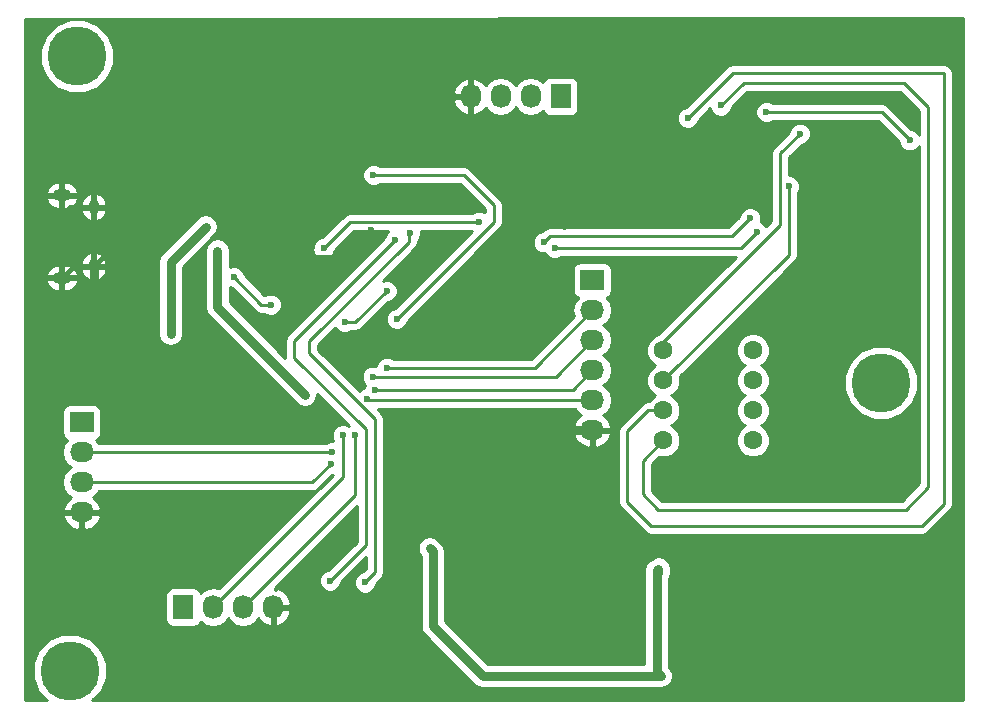
<source format=gbr>
G04 #@! TF.FileFunction,Copper,L2,Bot,Signal*
%FSLAX46Y46*%
G04 Gerber Fmt 4.6, Leading zero omitted, Abs format (unit mm)*
G04 Created by KiCad (PCBNEW (2015-07-31 BZR 6030)-product) date Wed Sep  2 01:55:30 2015*
%MOMM*%
G01*
G04 APERTURE LIST*
%ADD10C,0.100000*%
%ADD11C,5.000000*%
%ADD12O,0.950000X1.250000*%
%ADD13O,1.550000X1.000000*%
%ADD14R,2.032000X1.727200*%
%ADD15O,2.032000X1.727200*%
%ADD16R,1.727200X2.032000*%
%ADD17O,1.727200X2.032000*%
%ADD18C,1.600000*%
%ADD19C,0.600000*%
%ADD20C,0.800000*%
%ADD21C,0.400000*%
%ADD22C,0.250000*%
%ADD23C,0.254000*%
G04 APERTURE END LIST*
D10*
D11*
X164541200Y-83007200D03*
X95859600Y-107391200D03*
D12*
X97891600Y-68142000D03*
X97891600Y-73142000D03*
D13*
X95191600Y-67142000D03*
X95191600Y-74142000D03*
D14*
X140106400Y-74320400D03*
D15*
X140106400Y-76860400D03*
X140106400Y-79400400D03*
X140106400Y-81940400D03*
X140106400Y-84480400D03*
X140106400Y-87020400D03*
D16*
X137414000Y-58775600D03*
D17*
X134874000Y-58775600D03*
X132334000Y-58775600D03*
X129794000Y-58775600D03*
D16*
X105460800Y-102006400D03*
D17*
X108000800Y-102006400D03*
X110540800Y-102006400D03*
X113080800Y-102006400D03*
D14*
X96875600Y-86360000D03*
D15*
X96875600Y-88900000D03*
X96875600Y-91440000D03*
X96875600Y-93980000D03*
D18*
X153710800Y-80264000D03*
X146110800Y-80264000D03*
X153710800Y-82804000D03*
X146110800Y-82804000D03*
X153710800Y-85344000D03*
X146110800Y-85344000D03*
X153710800Y-87884000D03*
X146110800Y-87884000D03*
D11*
X96469200Y-55372000D03*
D19*
X126339600Y-97028000D03*
X145542000Y-98856800D03*
X145897600Y-107848400D03*
X145623600Y-99110800D03*
X122123200Y-58724800D03*
X127355600Y-54051200D03*
X131927600Y-91338400D03*
X128574800Y-101752400D03*
X130606800Y-76250800D03*
X121716800Y-80822800D03*
X129743200Y-93522800D03*
X108712000Y-85547200D03*
X137668000Y-69697600D03*
X114468400Y-64922400D03*
X119938800Y-63957200D03*
X119075200Y-72390000D03*
X111269600Y-69151600D03*
X113469600Y-70751600D03*
X113272000Y-72440800D03*
X103395600Y-69138800D03*
X121361200Y-70053200D03*
X112877600Y-76403200D03*
X109728000Y-74066400D03*
X166979600Y-62484000D03*
X154838400Y-60096400D03*
X104394000Y-78892400D03*
X107356398Y-69799200D03*
X121564400Y-65430400D03*
X123545600Y-77622400D03*
X130505200Y-69392800D03*
X117348000Y-71628000D03*
X108356400Y-71831200D03*
X115773200Y-84023200D03*
X122732800Y-81737200D03*
X121513600Y-82499200D03*
X121716800Y-83616800D03*
X121056400Y-84378800D03*
X118973600Y-87477600D03*
X120040400Y-87477600D03*
X118059200Y-88900000D03*
X117957600Y-89865200D03*
X120853200Y-99923600D03*
X124663200Y-70358000D03*
X123393200Y-70916800D03*
X117906800Y-99771200D03*
X122682000Y-75234800D03*
X119126000Y-77876400D03*
X157683200Y-61925200D03*
X156718000Y-66395600D03*
X148183600Y-60604400D03*
X150977600Y-59537600D03*
X136906000Y-71577200D03*
X154025600Y-70256400D03*
X153466800Y-69088000D03*
X135991600Y-71120000D03*
D20*
X130860800Y-107848400D02*
X145897600Y-107848400D01*
X126593600Y-103581200D02*
X130860800Y-107848400D01*
X126593600Y-97282000D02*
X126593600Y-103581200D01*
X126339600Y-97028000D02*
X126593600Y-97282000D01*
X145542000Y-107492800D02*
X145542000Y-98856800D01*
X145897600Y-107848400D02*
X145542000Y-107492800D01*
X145623600Y-99110800D02*
X145694400Y-99040000D01*
X145694400Y-99040000D02*
X145694400Y-98755200D01*
X126796800Y-54051200D02*
X122123200Y-58724800D01*
X127355600Y-54051200D02*
X126796800Y-54051200D01*
D21*
X129743200Y-93522800D02*
X129743200Y-100584000D01*
X129743200Y-100584000D02*
X128574800Y-101752400D01*
D22*
X126288800Y-76250800D02*
X130606800Y-76250800D01*
X121716800Y-80822800D02*
X126288800Y-76250800D01*
D20*
X136245600Y-87020400D02*
X140106400Y-87020400D01*
X129743200Y-93522800D02*
X131927600Y-91338400D01*
X131927600Y-91338400D02*
X136245600Y-87020400D01*
X97891600Y-73142000D02*
X97891600Y-80619600D01*
X102819200Y-85547200D02*
X108712000Y-85547200D01*
X97891600Y-80619600D02*
X102819200Y-85547200D01*
X119938800Y-63957200D02*
X132588000Y-63957200D01*
X137668000Y-69037200D02*
X137668000Y-69697600D01*
X132588000Y-63957200D02*
X137668000Y-69037200D01*
X118973600Y-64922400D02*
X119938800Y-63957200D01*
X114468400Y-64922400D02*
X118973600Y-64922400D01*
D22*
X119075200Y-72390000D02*
X119024400Y-72390000D01*
D21*
X103733600Y-69037200D02*
X103733600Y-68884800D01*
X108204000Y-68224400D02*
X109829600Y-69850000D01*
X104394000Y-68224400D02*
X108204000Y-68224400D01*
X103733600Y-68884800D02*
X104394000Y-68224400D01*
D22*
X111269600Y-69151600D02*
X110528000Y-69151600D01*
X110528000Y-69151600D02*
X109829600Y-69850000D01*
X113322800Y-72390000D02*
X113272000Y-72440800D01*
X114401600Y-72390000D02*
X113322800Y-72390000D01*
X113272000Y-70949200D02*
X113272000Y-72440800D01*
X113272000Y-70949200D02*
X113469600Y-70751600D01*
D21*
X97891600Y-68142000D02*
X95891200Y-68142000D01*
X95891200Y-68142000D02*
X95191600Y-68841600D01*
X95191600Y-67142000D02*
X95191600Y-68841600D01*
X95191600Y-68841600D02*
X95191600Y-72142000D01*
X95191600Y-72142000D02*
X96191600Y-73142000D01*
X97891600Y-73142000D02*
X96191600Y-73142000D01*
X96191600Y-73142000D02*
X95191600Y-74142000D01*
X103733600Y-69037200D02*
X103497200Y-69037200D01*
X103497200Y-69037200D02*
X103395600Y-69138800D01*
X101996400Y-69037200D02*
X97891600Y-73142000D01*
X103733600Y-69037200D02*
X101996400Y-69037200D01*
X112369600Y-72390000D02*
X109829600Y-69850000D01*
X114401600Y-72390000D02*
X112369600Y-72390000D01*
X119024400Y-72390000D02*
X114401600Y-72390000D01*
D22*
X121361200Y-70053200D02*
X119024400Y-72390000D01*
X112064800Y-76403200D02*
X112877600Y-76403200D01*
X109728000Y-74066400D02*
X112064800Y-76403200D01*
X164592000Y-60096400D02*
X166979600Y-62484000D01*
X154838400Y-60096400D02*
X164592000Y-60096400D01*
D20*
X104394000Y-72761598D02*
X104394000Y-78892400D01*
X107356398Y-69799200D02*
X104394000Y-72761598D01*
D22*
X129235200Y-65430400D02*
X121564400Y-65430400D01*
X131775200Y-67970400D02*
X129235200Y-65430400D01*
X131775200Y-69392800D02*
X131775200Y-67970400D01*
X123545600Y-77622400D02*
X131775200Y-69392800D01*
X119583200Y-69392800D02*
X130505200Y-69392800D01*
X117348000Y-71628000D02*
X119583200Y-69392800D01*
D20*
X108356400Y-71831200D02*
X108356400Y-76606400D01*
X108356400Y-76606400D02*
X115773200Y-84023200D01*
D22*
X140106400Y-76860400D02*
X135229600Y-81737200D01*
X135229600Y-81737200D02*
X122732800Y-81737200D01*
X137007600Y-82499200D02*
X140106400Y-79400400D01*
X121513600Y-82499200D02*
X137007600Y-82499200D01*
X138430000Y-83616800D02*
X140106400Y-81940400D01*
X121716800Y-83616800D02*
X138430000Y-83616800D01*
X121158000Y-84480400D02*
X140106400Y-84480400D01*
X121056400Y-84378800D02*
X121158000Y-84480400D01*
X118973600Y-91033600D02*
X108000800Y-102006400D01*
X118973600Y-87477600D02*
X118973600Y-91033600D01*
X110540800Y-102006400D02*
X120040400Y-92506800D01*
X120040400Y-92506800D02*
X120040400Y-87477600D01*
X118059200Y-88900000D02*
X96875600Y-88900000D01*
X96875600Y-91440000D02*
X116382800Y-91440000D01*
X116382800Y-91440000D02*
X117957600Y-89865200D01*
X121716800Y-99060000D02*
X120853200Y-99923600D01*
X121716800Y-86106000D02*
X121716800Y-99060000D01*
X116128800Y-80518000D02*
X121716800Y-86106000D01*
X116128800Y-79502000D02*
X116128800Y-80518000D01*
X124561600Y-71069200D02*
X116128800Y-79502000D01*
X124561600Y-70459600D02*
X124561600Y-71069200D01*
X124663200Y-70358000D02*
X124561600Y-70459600D01*
X114858800Y-79451200D02*
X123393200Y-70916800D01*
X114858800Y-80924400D02*
X114858800Y-79451200D01*
X120904000Y-86969600D02*
X114858800Y-80924400D01*
X120904000Y-96774000D02*
X120904000Y-86969600D01*
X117906800Y-99771200D02*
X120904000Y-96774000D01*
X120040400Y-77876400D02*
X122682000Y-75234800D01*
X119126000Y-77876400D02*
X120040400Y-77876400D01*
X146110800Y-80264000D02*
X146110800Y-79542800D01*
X146110800Y-79542800D02*
X156006800Y-69646800D01*
X156006800Y-69646800D02*
X156006800Y-63601600D01*
X156006800Y-63601600D02*
X157683200Y-61925200D01*
X146110800Y-82804000D02*
X156718000Y-72196800D01*
X156718000Y-72196800D02*
X156718000Y-66395600D01*
X146110800Y-85344000D02*
X144830800Y-85344000D01*
X144830800Y-85344000D02*
X143052800Y-87122000D01*
X143052800Y-87122000D02*
X143052800Y-93116400D01*
X143052800Y-93116400D02*
X145084800Y-95148400D01*
X145084800Y-95148400D02*
X167995600Y-95148400D01*
X167995600Y-95148400D02*
X169875200Y-93268800D01*
X169875200Y-93268800D02*
X169875200Y-56794400D01*
X169875200Y-56794400D02*
X151993600Y-56794400D01*
X151993600Y-56794400D02*
X148183600Y-60604400D01*
X144373600Y-89621200D02*
X146110800Y-87884000D01*
X144373600Y-92456000D02*
X144373600Y-89621200D01*
X145694400Y-93776800D02*
X144373600Y-92456000D01*
X166624000Y-93776800D02*
X145694400Y-93776800D01*
X168554400Y-91846400D02*
X166624000Y-93776800D01*
X168554400Y-59690000D02*
X168554400Y-91846400D01*
X166471600Y-57607200D02*
X168554400Y-59690000D01*
X152908000Y-57607200D02*
X166471600Y-57607200D01*
X150977600Y-59537600D02*
X152908000Y-57607200D01*
X152704800Y-71577200D02*
X136906000Y-71577200D01*
X154025600Y-70256400D02*
X152704800Y-71577200D01*
X151942800Y-70612000D02*
X153466800Y-69088000D01*
X136499600Y-70612000D02*
X151942800Y-70612000D01*
X135991600Y-71120000D02*
X136499600Y-70612000D01*
D23*
G36*
X171526200Y-109905800D02*
X97778041Y-109905800D01*
X98515774Y-109169353D01*
X98994054Y-108017526D01*
X98995143Y-106770346D01*
X98518873Y-105617685D01*
X97637753Y-104735026D01*
X96485926Y-104256746D01*
X95238746Y-104255657D01*
X94086085Y-104731927D01*
X93203426Y-105613047D01*
X92725146Y-106764874D01*
X92724057Y-108012054D01*
X93200327Y-109164715D01*
X93940120Y-109905800D01*
X92075000Y-109905800D01*
X92075000Y-94339026D01*
X95268242Y-94339026D01*
X95270891Y-94354791D01*
X95524868Y-94882036D01*
X95961280Y-95271954D01*
X96513687Y-95465184D01*
X96748600Y-95320924D01*
X96748600Y-94107000D01*
X97002600Y-94107000D01*
X97002600Y-95320924D01*
X97237513Y-95465184D01*
X97789920Y-95271954D01*
X98226332Y-94882036D01*
X98480309Y-94354791D01*
X98482958Y-94339026D01*
X98361817Y-94107000D01*
X97002600Y-94107000D01*
X96748600Y-94107000D01*
X95389383Y-94107000D01*
X95268242Y-94339026D01*
X92075000Y-94339026D01*
X92075000Y-88900000D01*
X95192255Y-88900000D01*
X95306329Y-89473489D01*
X95631185Y-89959670D01*
X95945966Y-90170000D01*
X95631185Y-90380330D01*
X95306329Y-90866511D01*
X95192255Y-91440000D01*
X95306329Y-92013489D01*
X95631185Y-92499670D01*
X95940669Y-92706461D01*
X95524868Y-93077964D01*
X95270891Y-93605209D01*
X95268242Y-93620974D01*
X95389383Y-93853000D01*
X96748600Y-93853000D01*
X96748600Y-93833000D01*
X97002600Y-93833000D01*
X97002600Y-93853000D01*
X98361817Y-93853000D01*
X98482958Y-93620974D01*
X98480309Y-93605209D01*
X98226332Y-93077964D01*
X97810531Y-92706461D01*
X98120015Y-92499670D01*
X98320248Y-92200000D01*
X116382800Y-92200000D01*
X116673639Y-92142148D01*
X116920201Y-91977401D01*
X118097280Y-90800322D01*
X118132045Y-90800353D01*
X108508379Y-100424019D01*
X108000800Y-100323055D01*
X107427311Y-100437129D01*
X106941130Y-100761985D01*
X106931557Y-100776313D01*
X106927562Y-100755083D01*
X106788490Y-100538959D01*
X106576290Y-100393969D01*
X106324400Y-100342960D01*
X104597200Y-100342960D01*
X104361883Y-100387238D01*
X104145759Y-100526310D01*
X104000769Y-100738510D01*
X103949760Y-100990400D01*
X103949760Y-103022400D01*
X103994038Y-103257717D01*
X104133110Y-103473841D01*
X104345310Y-103618831D01*
X104597200Y-103669840D01*
X106324400Y-103669840D01*
X106559717Y-103625562D01*
X106775841Y-103486490D01*
X106920831Y-103274290D01*
X106929200Y-103232961D01*
X106941130Y-103250815D01*
X107427311Y-103575671D01*
X108000800Y-103689745D01*
X108574289Y-103575671D01*
X109060470Y-103250815D01*
X109270800Y-102936034D01*
X109481130Y-103250815D01*
X109967311Y-103575671D01*
X110540800Y-103689745D01*
X111114289Y-103575671D01*
X111600470Y-103250815D01*
X111807261Y-102941331D01*
X112178764Y-103357132D01*
X112706009Y-103611109D01*
X112721774Y-103613758D01*
X112953800Y-103492617D01*
X112953800Y-102133400D01*
X113207800Y-102133400D01*
X113207800Y-103492617D01*
X113439826Y-103613758D01*
X113455591Y-103611109D01*
X113982836Y-103357132D01*
X114372754Y-102920720D01*
X114565984Y-102368313D01*
X114421724Y-102133400D01*
X113207800Y-102133400D01*
X112953800Y-102133400D01*
X112933800Y-102133400D01*
X112933800Y-101879400D01*
X112953800Y-101879400D01*
X112953800Y-101859400D01*
X113207800Y-101859400D01*
X113207800Y-101879400D01*
X114421724Y-101879400D01*
X114565984Y-101644487D01*
X114372754Y-101092080D01*
X113982836Y-100655668D01*
X113455591Y-100401691D01*
X113439826Y-100399042D01*
X113207802Y-100520182D01*
X113207802Y-100414200D01*
X120144000Y-93478002D01*
X120144000Y-96459198D01*
X117767120Y-98836078D01*
X117721633Y-98836038D01*
X117377857Y-98978083D01*
X117114608Y-99240873D01*
X116971962Y-99584401D01*
X116971638Y-99956367D01*
X117113683Y-100300143D01*
X117376473Y-100563392D01*
X117720001Y-100706038D01*
X118091967Y-100706362D01*
X118435743Y-100564317D01*
X118698992Y-100301527D01*
X118841638Y-99957999D01*
X118841679Y-99911123D01*
X120956800Y-97796002D01*
X120956800Y-98745198D01*
X120713520Y-98988478D01*
X120668033Y-98988438D01*
X120324257Y-99130483D01*
X120061008Y-99393273D01*
X119918362Y-99736801D01*
X119918038Y-100108767D01*
X120060083Y-100452543D01*
X120322873Y-100715792D01*
X120666401Y-100858438D01*
X121038367Y-100858762D01*
X121382143Y-100716717D01*
X121645392Y-100453927D01*
X121788038Y-100110399D01*
X121788079Y-100063523D01*
X122254201Y-99597401D01*
X122418948Y-99350839D01*
X122476800Y-99060000D01*
X122476800Y-97028000D01*
X125304599Y-97028000D01*
X125383385Y-97424077D01*
X125558600Y-97686306D01*
X125558600Y-103581195D01*
X125558599Y-103581200D01*
X125637385Y-103977277D01*
X125861744Y-104313056D01*
X130128942Y-108580253D01*
X130128944Y-108580256D01*
X130432730Y-108783238D01*
X130464723Y-108804615D01*
X130860800Y-108883401D01*
X130860805Y-108883400D01*
X145897600Y-108883400D01*
X146293677Y-108804615D01*
X146629456Y-108580256D01*
X146853815Y-108244477D01*
X146932600Y-107848400D01*
X146895443Y-107661601D01*
X146853815Y-107452322D01*
X146763949Y-107317829D01*
X146629456Y-107116544D01*
X146629453Y-107116542D01*
X146577000Y-107064089D01*
X146577000Y-99546250D01*
X146650615Y-99436078D01*
X146729400Y-99040000D01*
X146729400Y-98755200D01*
X146650615Y-98359123D01*
X146426256Y-98023344D01*
X146090477Y-97798985D01*
X145694400Y-97720200D01*
X145298323Y-97798985D01*
X145146413Y-97900488D01*
X145145923Y-97900585D01*
X144810144Y-98124944D01*
X144585785Y-98460723D01*
X144507000Y-98856800D01*
X144507000Y-106813400D01*
X131289511Y-106813400D01*
X127628600Y-103152488D01*
X127628600Y-97282005D01*
X127628601Y-97282000D01*
X127549815Y-96885922D01*
X127459949Y-96751429D01*
X127325456Y-96550144D01*
X127325453Y-96550142D01*
X127071456Y-96296144D01*
X126735677Y-96071785D01*
X126339600Y-95992999D01*
X125943523Y-96071785D01*
X125607744Y-96296144D01*
X125383385Y-96631923D01*
X125304599Y-97028000D01*
X122476800Y-97028000D01*
X122476800Y-87379426D01*
X138499042Y-87379426D01*
X138501691Y-87395191D01*
X138755668Y-87922436D01*
X139192080Y-88312354D01*
X139744487Y-88505584D01*
X139979400Y-88361324D01*
X139979400Y-87147400D01*
X140233400Y-87147400D01*
X140233400Y-88361324D01*
X140468313Y-88505584D01*
X141020720Y-88312354D01*
X141457132Y-87922436D01*
X141711109Y-87395191D01*
X141713758Y-87379426D01*
X141592617Y-87147400D01*
X140233400Y-87147400D01*
X139979400Y-87147400D01*
X138620183Y-87147400D01*
X138499042Y-87379426D01*
X122476800Y-87379426D01*
X122476800Y-86106000D01*
X122418948Y-85815161D01*
X122418948Y-85815160D01*
X122254201Y-85568599D01*
X121926002Y-85240400D01*
X138661752Y-85240400D01*
X138861985Y-85540070D01*
X139171469Y-85746861D01*
X138755668Y-86118364D01*
X138501691Y-86645609D01*
X138499042Y-86661374D01*
X138620183Y-86893400D01*
X139979400Y-86893400D01*
X139979400Y-86873400D01*
X140233400Y-86873400D01*
X140233400Y-86893400D01*
X141592617Y-86893400D01*
X141713758Y-86661374D01*
X141711109Y-86645609D01*
X141457132Y-86118364D01*
X141041331Y-85746861D01*
X141350815Y-85540070D01*
X141675671Y-85053889D01*
X141789745Y-84480400D01*
X141675671Y-83906911D01*
X141350815Y-83420730D01*
X141036034Y-83210400D01*
X141350815Y-83000070D01*
X141675671Y-82513889D01*
X141789745Y-81940400D01*
X141675671Y-81366911D01*
X141350815Y-80880730D01*
X141036034Y-80670400D01*
X141350815Y-80460070D01*
X141675671Y-79973889D01*
X141789745Y-79400400D01*
X141675671Y-78826911D01*
X141350815Y-78340730D01*
X141036034Y-78130400D01*
X141350815Y-77920070D01*
X141675671Y-77433889D01*
X141789745Y-76860400D01*
X141675671Y-76286911D01*
X141350815Y-75800730D01*
X141336487Y-75791157D01*
X141357717Y-75787162D01*
X141573841Y-75648090D01*
X141718831Y-75435890D01*
X141769840Y-75184000D01*
X141769840Y-73456800D01*
X141725562Y-73221483D01*
X141586490Y-73005359D01*
X141374290Y-72860369D01*
X141122400Y-72809360D01*
X139090400Y-72809360D01*
X138855083Y-72853638D01*
X138638959Y-72992710D01*
X138493969Y-73204910D01*
X138442960Y-73456800D01*
X138442960Y-75184000D01*
X138487238Y-75419317D01*
X138626310Y-75635441D01*
X138838510Y-75780431D01*
X138879839Y-75788800D01*
X138861985Y-75800730D01*
X138537129Y-76286911D01*
X138423055Y-76860400D01*
X138524019Y-77367979D01*
X134914798Y-80977200D01*
X123295263Y-80977200D01*
X123263127Y-80945008D01*
X122919599Y-80802362D01*
X122547633Y-80802038D01*
X122203857Y-80944083D01*
X121940608Y-81206873D01*
X121797962Y-81550401D01*
X121797915Y-81604854D01*
X121700399Y-81564362D01*
X121328433Y-81564038D01*
X120984657Y-81706083D01*
X120721408Y-81968873D01*
X120578762Y-82312401D01*
X120578438Y-82684367D01*
X120720483Y-83028143D01*
X120881748Y-83189690D01*
X120781962Y-83430001D01*
X120781918Y-83480542D01*
X120527457Y-83585683D01*
X120399259Y-83713657D01*
X116888800Y-80203198D01*
X116888800Y-79816802D01*
X118323344Y-78382258D01*
X118332883Y-78405343D01*
X118595673Y-78668592D01*
X118939201Y-78811238D01*
X119311167Y-78811562D01*
X119654943Y-78669517D01*
X119688118Y-78636400D01*
X120040400Y-78636400D01*
X120331239Y-78578548D01*
X120577801Y-78413801D01*
X122821680Y-76169922D01*
X122867167Y-76169962D01*
X123210943Y-76027917D01*
X123474192Y-75765127D01*
X123616838Y-75421599D01*
X123617162Y-75049633D01*
X123475117Y-74705857D01*
X123212327Y-74442608D01*
X122868799Y-74299962D01*
X122496833Y-74299638D01*
X122341980Y-74363622D01*
X125099001Y-71606601D01*
X125263748Y-71360039D01*
X125321600Y-71069200D01*
X125321600Y-71021886D01*
X125455392Y-70888327D01*
X125598038Y-70544799D01*
X125598362Y-70172833D01*
X125590085Y-70152800D01*
X129940398Y-70152800D01*
X123405920Y-76687278D01*
X123360433Y-76687238D01*
X123016657Y-76829283D01*
X122753408Y-77092073D01*
X122610762Y-77435601D01*
X122610438Y-77807567D01*
X122752483Y-78151343D01*
X123015273Y-78414592D01*
X123358801Y-78557238D01*
X123730767Y-78557562D01*
X124074543Y-78415517D01*
X124337792Y-78152727D01*
X124480438Y-77809199D01*
X124480479Y-77762323D01*
X130937635Y-71305167D01*
X135056438Y-71305167D01*
X135198483Y-71648943D01*
X135461273Y-71912192D01*
X135804801Y-72054838D01*
X136091788Y-72055088D01*
X136112883Y-72106143D01*
X136375673Y-72369392D01*
X136719201Y-72512038D01*
X137091167Y-72512362D01*
X137434943Y-72370317D01*
X137468118Y-72337200D01*
X152241598Y-72337200D01*
X145696133Y-78882665D01*
X145299000Y-79046757D01*
X144894976Y-79450077D01*
X144676050Y-79977309D01*
X144675552Y-80548187D01*
X144893557Y-81075800D01*
X145296877Y-81479824D01*
X145427015Y-81533862D01*
X145299000Y-81586757D01*
X144894976Y-81990077D01*
X144676050Y-82517309D01*
X144675552Y-83088187D01*
X144893557Y-83615800D01*
X145296877Y-84019824D01*
X145427015Y-84073862D01*
X145299000Y-84126757D01*
X144894976Y-84530077D01*
X144872585Y-84584000D01*
X144830800Y-84584000D01*
X144539961Y-84641852D01*
X144293399Y-84806599D01*
X142515399Y-86584599D01*
X142350652Y-86831161D01*
X142292800Y-87122000D01*
X142292800Y-93116400D01*
X142350652Y-93407239D01*
X142515399Y-93653801D01*
X144547399Y-95685801D01*
X144793961Y-95850548D01*
X145084800Y-95908400D01*
X167995600Y-95908400D01*
X168286439Y-95850548D01*
X168533001Y-95685801D01*
X170412601Y-93806201D01*
X170577348Y-93559639D01*
X170635200Y-93268800D01*
X170635200Y-56794400D01*
X170577348Y-56503561D01*
X170412601Y-56256999D01*
X170166039Y-56092252D01*
X169875200Y-56034400D01*
X151993600Y-56034400D01*
X151702761Y-56092252D01*
X151456199Y-56256999D01*
X148043920Y-59669278D01*
X147998433Y-59669238D01*
X147654657Y-59811283D01*
X147391408Y-60074073D01*
X147248762Y-60417601D01*
X147248438Y-60789567D01*
X147390483Y-61133343D01*
X147653273Y-61396592D01*
X147996801Y-61539238D01*
X148368767Y-61539562D01*
X148712543Y-61397517D01*
X148975792Y-61134727D01*
X149118438Y-60791199D01*
X149118479Y-60744323D01*
X150070974Y-59791828D01*
X150184483Y-60066543D01*
X150447273Y-60329792D01*
X150790801Y-60472438D01*
X151162767Y-60472762D01*
X151506543Y-60330717D01*
X151769792Y-60067927D01*
X151912438Y-59724399D01*
X151912479Y-59677523D01*
X153222802Y-58367200D01*
X166156798Y-58367200D01*
X167794400Y-60004802D01*
X167794400Y-62007534D01*
X167772717Y-61955057D01*
X167509927Y-61691808D01*
X167166399Y-61549162D01*
X167119523Y-61549121D01*
X165129401Y-59558999D01*
X164882839Y-59394252D01*
X164592000Y-59336400D01*
X155400863Y-59336400D01*
X155368727Y-59304208D01*
X155025199Y-59161562D01*
X154653233Y-59161238D01*
X154309457Y-59303283D01*
X154046208Y-59566073D01*
X153903562Y-59909601D01*
X153903238Y-60281567D01*
X154045283Y-60625343D01*
X154308073Y-60888592D01*
X154651601Y-61031238D01*
X155023567Y-61031562D01*
X155367343Y-60889517D01*
X155400518Y-60856400D01*
X164277198Y-60856400D01*
X166044478Y-62623680D01*
X166044438Y-62669167D01*
X166186483Y-63012943D01*
X166449273Y-63276192D01*
X166792801Y-63418838D01*
X167164767Y-63419162D01*
X167508543Y-63277117D01*
X167771792Y-63014327D01*
X167794400Y-62959881D01*
X167794400Y-91531598D01*
X166309198Y-93016800D01*
X146009202Y-93016800D01*
X145133600Y-92141198D01*
X145133600Y-89936002D01*
X145772346Y-89297256D01*
X145824109Y-89318750D01*
X146394987Y-89319248D01*
X146922600Y-89101243D01*
X147326624Y-88697923D01*
X147545550Y-88170691D01*
X147546048Y-87599813D01*
X147328043Y-87072200D01*
X146924723Y-86668176D01*
X146794585Y-86614138D01*
X146922600Y-86561243D01*
X147326624Y-86157923D01*
X147545550Y-85630691D01*
X147546048Y-85059813D01*
X147328043Y-84532200D01*
X146924723Y-84128176D01*
X146794585Y-84074138D01*
X146922600Y-84021243D01*
X147326624Y-83617923D01*
X147545550Y-83090691D01*
X147546048Y-82519813D01*
X147523751Y-82465851D01*
X149441415Y-80548187D01*
X152275552Y-80548187D01*
X152493557Y-81075800D01*
X152896877Y-81479824D01*
X153027015Y-81533862D01*
X152899000Y-81586757D01*
X152494976Y-81990077D01*
X152276050Y-82517309D01*
X152275552Y-83088187D01*
X152493557Y-83615800D01*
X152896877Y-84019824D01*
X153027015Y-84073862D01*
X152899000Y-84126757D01*
X152494976Y-84530077D01*
X152276050Y-85057309D01*
X152275552Y-85628187D01*
X152493557Y-86155800D01*
X152896877Y-86559824D01*
X153027015Y-86613862D01*
X152899000Y-86666757D01*
X152494976Y-87070077D01*
X152276050Y-87597309D01*
X152275552Y-88168187D01*
X152493557Y-88695800D01*
X152896877Y-89099824D01*
X153424109Y-89318750D01*
X153994987Y-89319248D01*
X154522600Y-89101243D01*
X154926624Y-88697923D01*
X155145550Y-88170691D01*
X155146048Y-87599813D01*
X154928043Y-87072200D01*
X154524723Y-86668176D01*
X154394585Y-86614138D01*
X154522600Y-86561243D01*
X154926624Y-86157923D01*
X155145550Y-85630691D01*
X155146048Y-85059813D01*
X154928043Y-84532200D01*
X154524723Y-84128176D01*
X154394585Y-84074138D01*
X154522600Y-84021243D01*
X154916475Y-83628054D01*
X161405657Y-83628054D01*
X161881927Y-84780715D01*
X162763047Y-85663374D01*
X163914874Y-86141654D01*
X165162054Y-86142743D01*
X166314715Y-85666473D01*
X167197374Y-84785353D01*
X167675654Y-83633526D01*
X167676743Y-82386346D01*
X167200473Y-81233685D01*
X166319353Y-80351026D01*
X165167526Y-79872746D01*
X163920346Y-79871657D01*
X162767685Y-80347927D01*
X161885026Y-81229047D01*
X161406746Y-82380874D01*
X161405657Y-83628054D01*
X154916475Y-83628054D01*
X154926624Y-83617923D01*
X155145550Y-83090691D01*
X155146048Y-82519813D01*
X154928043Y-81992200D01*
X154524723Y-81588176D01*
X154394585Y-81534138D01*
X154522600Y-81481243D01*
X154926624Y-81077923D01*
X155145550Y-80550691D01*
X155146048Y-79979813D01*
X154928043Y-79452200D01*
X154524723Y-79048176D01*
X153997491Y-78829250D01*
X153426613Y-78828752D01*
X152899000Y-79046757D01*
X152494976Y-79450077D01*
X152276050Y-79977309D01*
X152275552Y-80548187D01*
X149441415Y-80548187D01*
X157255401Y-72734201D01*
X157420148Y-72487639D01*
X157478000Y-72196800D01*
X157478000Y-66958063D01*
X157510192Y-66925927D01*
X157652838Y-66582399D01*
X157653162Y-66210433D01*
X157511117Y-65866657D01*
X157248327Y-65603408D01*
X156904799Y-65460762D01*
X156766800Y-65460642D01*
X156766800Y-63916402D01*
X157822880Y-62860322D01*
X157868367Y-62860362D01*
X158212143Y-62718317D01*
X158475392Y-62455527D01*
X158618038Y-62111999D01*
X158618362Y-61740033D01*
X158476317Y-61396257D01*
X158213527Y-61133008D01*
X157869999Y-60990362D01*
X157498033Y-60990038D01*
X157154257Y-61132083D01*
X156891008Y-61394873D01*
X156748362Y-61738401D01*
X156748321Y-61785277D01*
X155469399Y-63064199D01*
X155304652Y-63310761D01*
X155246800Y-63601600D01*
X155246800Y-69331998D01*
X154828256Y-69750542D01*
X154818717Y-69727457D01*
X154555927Y-69464208D01*
X154357245Y-69381708D01*
X154401638Y-69274799D01*
X154401962Y-68902833D01*
X154259917Y-68559057D01*
X153997127Y-68295808D01*
X153653599Y-68153162D01*
X153281633Y-68152838D01*
X152937857Y-68294883D01*
X152674608Y-68557673D01*
X152531962Y-68901201D01*
X152531921Y-68948077D01*
X151627998Y-69852000D01*
X136499600Y-69852000D01*
X136208761Y-69909852D01*
X136097241Y-69984367D01*
X135962199Y-70074599D01*
X135851920Y-70184878D01*
X135806433Y-70184838D01*
X135462657Y-70326883D01*
X135199408Y-70589673D01*
X135056762Y-70933201D01*
X135056438Y-71305167D01*
X130937635Y-71305167D01*
X132312601Y-69930201D01*
X132477348Y-69683639D01*
X132535200Y-69392800D01*
X132535200Y-67970400D01*
X132477348Y-67679561D01*
X132477348Y-67679560D01*
X132312601Y-67432999D01*
X129772601Y-64892999D01*
X129526039Y-64728252D01*
X129235200Y-64670400D01*
X122126863Y-64670400D01*
X122094727Y-64638208D01*
X121751199Y-64495562D01*
X121379233Y-64495238D01*
X121035457Y-64637283D01*
X120772208Y-64900073D01*
X120629562Y-65243601D01*
X120629238Y-65615567D01*
X120771283Y-65959343D01*
X121034073Y-66222592D01*
X121377601Y-66365238D01*
X121749567Y-66365562D01*
X122093343Y-66223517D01*
X122126518Y-66190400D01*
X128920398Y-66190400D01*
X131015200Y-68285202D01*
X131015200Y-68592167D01*
X130691999Y-68457962D01*
X130320033Y-68457638D01*
X129976257Y-68599683D01*
X129943082Y-68632800D01*
X119583200Y-68632800D01*
X119292361Y-68690652D01*
X119045799Y-68855399D01*
X117208320Y-70692878D01*
X117162833Y-70692838D01*
X116819057Y-70834883D01*
X116555808Y-71097673D01*
X116413162Y-71441201D01*
X116412838Y-71813167D01*
X116554883Y-72156943D01*
X116817673Y-72420192D01*
X117161201Y-72562838D01*
X117533167Y-72563162D01*
X117876943Y-72421117D01*
X118140192Y-72158327D01*
X118282838Y-71814799D01*
X118282879Y-71767923D01*
X119898002Y-70152800D01*
X122835089Y-70152800D01*
X122601008Y-70386473D01*
X122458362Y-70730001D01*
X122458321Y-70776877D01*
X114321399Y-78913799D01*
X114156652Y-79160361D01*
X114098800Y-79451200D01*
X114098800Y-80885089D01*
X109391400Y-76177688D01*
X109391400Y-74939035D01*
X109541201Y-75001238D01*
X109588077Y-75001279D01*
X111527399Y-76940601D01*
X111773960Y-77105348D01*
X112064800Y-77163200D01*
X112315137Y-77163200D01*
X112347273Y-77195392D01*
X112690801Y-77338038D01*
X113062767Y-77338362D01*
X113406543Y-77196317D01*
X113669792Y-76933527D01*
X113812438Y-76589999D01*
X113812762Y-76218033D01*
X113670717Y-75874257D01*
X113407927Y-75611008D01*
X113064399Y-75468362D01*
X112692433Y-75468038D01*
X112348657Y-75610083D01*
X112347570Y-75611168D01*
X110663122Y-73926720D01*
X110663162Y-73881233D01*
X110521117Y-73537457D01*
X110258327Y-73274208D01*
X109914799Y-73131562D01*
X109542833Y-73131238D01*
X109391400Y-73193809D01*
X109391400Y-71831200D01*
X109312615Y-71435123D01*
X109088256Y-71099344D01*
X108752477Y-70874985D01*
X108356400Y-70796200D01*
X107960323Y-70874985D01*
X107624544Y-71099344D01*
X107400185Y-71435123D01*
X107321400Y-71831200D01*
X107321400Y-76606395D01*
X107321399Y-76606400D01*
X107400185Y-77002477D01*
X107624544Y-77338256D01*
X115041344Y-84755055D01*
X115377123Y-84979415D01*
X115773200Y-85058201D01*
X116169277Y-84979415D01*
X116505055Y-84755055D01*
X116729415Y-84419277D01*
X116808201Y-84023200D01*
X116789678Y-83930080D01*
X119534542Y-86674944D01*
X119511457Y-86684483D01*
X119507223Y-86688710D01*
X119503927Y-86685408D01*
X119160399Y-86542762D01*
X118788433Y-86542438D01*
X118444657Y-86684483D01*
X118181408Y-86947273D01*
X118038762Y-87290801D01*
X118038438Y-87662767D01*
X118163355Y-87965090D01*
X117874033Y-87964838D01*
X117530257Y-88106883D01*
X117497082Y-88140000D01*
X98320248Y-88140000D01*
X98120015Y-87840330D01*
X98105687Y-87830757D01*
X98126917Y-87826762D01*
X98343041Y-87687690D01*
X98488031Y-87475490D01*
X98539040Y-87223600D01*
X98539040Y-85496400D01*
X98494762Y-85261083D01*
X98355690Y-85044959D01*
X98143490Y-84899969D01*
X97891600Y-84848960D01*
X95859600Y-84848960D01*
X95624283Y-84893238D01*
X95408159Y-85032310D01*
X95263169Y-85244510D01*
X95212160Y-85496400D01*
X95212160Y-87223600D01*
X95256438Y-87458917D01*
X95395510Y-87675041D01*
X95607710Y-87820031D01*
X95649039Y-87828400D01*
X95631185Y-87840330D01*
X95306329Y-88326511D01*
X95192255Y-88900000D01*
X92075000Y-88900000D01*
X92075000Y-74443874D01*
X93822481Y-74443874D01*
X94024232Y-74854763D01*
X94364922Y-75142002D01*
X94789600Y-75277000D01*
X95064600Y-75277000D01*
X95064600Y-74269000D01*
X95318600Y-74269000D01*
X95318600Y-75277000D01*
X95593600Y-75277000D01*
X96018278Y-75142002D01*
X96358968Y-74854763D01*
X96560719Y-74443874D01*
X96434554Y-74269000D01*
X95318600Y-74269000D01*
X95064600Y-74269000D01*
X93948646Y-74269000D01*
X93822481Y-74443874D01*
X92075000Y-74443874D01*
X92075000Y-73840126D01*
X93822481Y-73840126D01*
X93948646Y-74015000D01*
X95064600Y-74015000D01*
X95064600Y-73007000D01*
X95318600Y-73007000D01*
X95318600Y-74015000D01*
X96434554Y-74015000D01*
X96560719Y-73840126D01*
X96365791Y-73443131D01*
X96790371Y-73443131D01*
X96932032Y-73853049D01*
X97219779Y-74177552D01*
X97593662Y-74361268D01*
X97764600Y-74234734D01*
X97764600Y-73269000D01*
X98018600Y-73269000D01*
X98018600Y-74234734D01*
X98189538Y-74361268D01*
X98563421Y-74177552D01*
X98851168Y-73853049D01*
X98992829Y-73443131D01*
X98844163Y-73269000D01*
X98018600Y-73269000D01*
X97764600Y-73269000D01*
X96939037Y-73269000D01*
X96790371Y-73443131D01*
X96365791Y-73443131D01*
X96358968Y-73429237D01*
X96018278Y-73141998D01*
X95593600Y-73007000D01*
X95318600Y-73007000D01*
X95064600Y-73007000D01*
X94789600Y-73007000D01*
X94364922Y-73141998D01*
X94024232Y-73429237D01*
X93822481Y-73840126D01*
X92075000Y-73840126D01*
X92075000Y-72840869D01*
X96790371Y-72840869D01*
X96939037Y-73015000D01*
X97764600Y-73015000D01*
X97764600Y-72049266D01*
X98018600Y-72049266D01*
X98018600Y-73015000D01*
X98844163Y-73015000D01*
X98992829Y-72840869D01*
X98965435Y-72761598D01*
X103358999Y-72761598D01*
X103359000Y-72761603D01*
X103359000Y-78892400D01*
X103437785Y-79288477D01*
X103662144Y-79624256D01*
X103997923Y-79848615D01*
X104394000Y-79927400D01*
X104790077Y-79848615D01*
X105125856Y-79624256D01*
X105350215Y-79288477D01*
X105429000Y-78892400D01*
X105429000Y-73190310D01*
X108088253Y-70531056D01*
X108312613Y-70195278D01*
X108391398Y-69799200D01*
X108312613Y-69403123D01*
X108088253Y-69067345D01*
X107752475Y-68842985D01*
X107356398Y-68764200D01*
X106960320Y-68842985D01*
X106624542Y-69067345D01*
X103662144Y-72029742D01*
X103437785Y-72365521D01*
X103358999Y-72761598D01*
X98965435Y-72761598D01*
X98851168Y-72430951D01*
X98563421Y-72106448D01*
X98189538Y-71922732D01*
X98018600Y-72049266D01*
X97764600Y-72049266D01*
X97593662Y-71922732D01*
X97219779Y-72106448D01*
X96932032Y-72430951D01*
X96790371Y-72840869D01*
X92075000Y-72840869D01*
X92075000Y-68443131D01*
X96790371Y-68443131D01*
X96932032Y-68853049D01*
X97219779Y-69177552D01*
X97593662Y-69361268D01*
X97764600Y-69234734D01*
X97764600Y-68269000D01*
X98018600Y-68269000D01*
X98018600Y-69234734D01*
X98189538Y-69361268D01*
X98563421Y-69177552D01*
X98851168Y-68853049D01*
X98992829Y-68443131D01*
X98844163Y-68269000D01*
X98018600Y-68269000D01*
X97764600Y-68269000D01*
X96939037Y-68269000D01*
X96790371Y-68443131D01*
X92075000Y-68443131D01*
X92075000Y-67443874D01*
X93822481Y-67443874D01*
X94024232Y-67854763D01*
X94364922Y-68142002D01*
X94789600Y-68277000D01*
X95064600Y-68277000D01*
X95064600Y-67269000D01*
X95318600Y-67269000D01*
X95318600Y-68277000D01*
X95593600Y-68277000D01*
X96018278Y-68142002D01*
X96358968Y-67854763D01*
X96365790Y-67840869D01*
X96790371Y-67840869D01*
X96939037Y-68015000D01*
X97764600Y-68015000D01*
X97764600Y-67049266D01*
X98018600Y-67049266D01*
X98018600Y-68015000D01*
X98844163Y-68015000D01*
X98992829Y-67840869D01*
X98851168Y-67430951D01*
X98563421Y-67106448D01*
X98189538Y-66922732D01*
X98018600Y-67049266D01*
X97764600Y-67049266D01*
X97593662Y-66922732D01*
X97219779Y-67106448D01*
X96932032Y-67430951D01*
X96790371Y-67840869D01*
X96365790Y-67840869D01*
X96560719Y-67443874D01*
X96434554Y-67269000D01*
X95318600Y-67269000D01*
X95064600Y-67269000D01*
X93948646Y-67269000D01*
X93822481Y-67443874D01*
X92075000Y-67443874D01*
X92075000Y-66840126D01*
X93822481Y-66840126D01*
X93948646Y-67015000D01*
X95064600Y-67015000D01*
X95064600Y-66007000D01*
X95318600Y-66007000D01*
X95318600Y-67015000D01*
X96434554Y-67015000D01*
X96560719Y-66840126D01*
X96358968Y-66429237D01*
X96018278Y-66141998D01*
X95593600Y-66007000D01*
X95318600Y-66007000D01*
X95064600Y-66007000D01*
X94789600Y-66007000D01*
X94364922Y-66141998D01*
X94024232Y-66429237D01*
X93822481Y-66840126D01*
X92075000Y-66840126D01*
X92075000Y-59137513D01*
X128308816Y-59137513D01*
X128502046Y-59689920D01*
X128891964Y-60126332D01*
X129419209Y-60380309D01*
X129434974Y-60382958D01*
X129667000Y-60261817D01*
X129667000Y-58902600D01*
X128453076Y-58902600D01*
X128308816Y-59137513D01*
X92075000Y-59137513D01*
X92075000Y-55992854D01*
X93333657Y-55992854D01*
X93809927Y-57145515D01*
X94691047Y-58028174D01*
X95842874Y-58506454D01*
X97090054Y-58507543D01*
X97317202Y-58413687D01*
X128308816Y-58413687D01*
X128453076Y-58648600D01*
X129667000Y-58648600D01*
X129667000Y-57289383D01*
X129921000Y-57289383D01*
X129921000Y-58648600D01*
X129941000Y-58648600D01*
X129941000Y-58902600D01*
X129921000Y-58902600D01*
X129921000Y-60261817D01*
X130153026Y-60382958D01*
X130168791Y-60380309D01*
X130696036Y-60126332D01*
X131067539Y-59710531D01*
X131274330Y-60020015D01*
X131760511Y-60344871D01*
X132334000Y-60458945D01*
X132907489Y-60344871D01*
X133393670Y-60020015D01*
X133604000Y-59705234D01*
X133814330Y-60020015D01*
X134300511Y-60344871D01*
X134874000Y-60458945D01*
X135447489Y-60344871D01*
X135933670Y-60020015D01*
X135943243Y-60005687D01*
X135947238Y-60026917D01*
X136086310Y-60243041D01*
X136298510Y-60388031D01*
X136550400Y-60439040D01*
X138277600Y-60439040D01*
X138512917Y-60394762D01*
X138729041Y-60255690D01*
X138874031Y-60043490D01*
X138925040Y-59791600D01*
X138925040Y-57759600D01*
X138880762Y-57524283D01*
X138741690Y-57308159D01*
X138529490Y-57163169D01*
X138277600Y-57112160D01*
X136550400Y-57112160D01*
X136315083Y-57156438D01*
X136098959Y-57295510D01*
X135953969Y-57507710D01*
X135945600Y-57549039D01*
X135933670Y-57531185D01*
X135447489Y-57206329D01*
X134874000Y-57092255D01*
X134300511Y-57206329D01*
X133814330Y-57531185D01*
X133604000Y-57845966D01*
X133393670Y-57531185D01*
X132907489Y-57206329D01*
X132334000Y-57092255D01*
X131760511Y-57206329D01*
X131274330Y-57531185D01*
X131067539Y-57840669D01*
X130696036Y-57424868D01*
X130168791Y-57170891D01*
X130153026Y-57168242D01*
X129921000Y-57289383D01*
X129667000Y-57289383D01*
X129434974Y-57168242D01*
X129419209Y-57170891D01*
X128891964Y-57424868D01*
X128502046Y-57861280D01*
X128308816Y-58413687D01*
X97317202Y-58413687D01*
X98242715Y-58031273D01*
X99125374Y-57150153D01*
X99603654Y-55998326D01*
X99604743Y-54751146D01*
X99128473Y-53598485D01*
X98247353Y-52715826D01*
X97095526Y-52237546D01*
X95848346Y-52236457D01*
X94695685Y-52712727D01*
X93813026Y-53593847D01*
X93334746Y-54745674D01*
X93333657Y-55992854D01*
X92075000Y-55992854D01*
X92075000Y-52196919D01*
X171526200Y-52146346D01*
X171526200Y-109905800D01*
X171526200Y-109905800D01*
G37*
X171526200Y-109905800D02*
X97778041Y-109905800D01*
X98515774Y-109169353D01*
X98994054Y-108017526D01*
X98995143Y-106770346D01*
X98518873Y-105617685D01*
X97637753Y-104735026D01*
X96485926Y-104256746D01*
X95238746Y-104255657D01*
X94086085Y-104731927D01*
X93203426Y-105613047D01*
X92725146Y-106764874D01*
X92724057Y-108012054D01*
X93200327Y-109164715D01*
X93940120Y-109905800D01*
X92075000Y-109905800D01*
X92075000Y-94339026D01*
X95268242Y-94339026D01*
X95270891Y-94354791D01*
X95524868Y-94882036D01*
X95961280Y-95271954D01*
X96513687Y-95465184D01*
X96748600Y-95320924D01*
X96748600Y-94107000D01*
X97002600Y-94107000D01*
X97002600Y-95320924D01*
X97237513Y-95465184D01*
X97789920Y-95271954D01*
X98226332Y-94882036D01*
X98480309Y-94354791D01*
X98482958Y-94339026D01*
X98361817Y-94107000D01*
X97002600Y-94107000D01*
X96748600Y-94107000D01*
X95389383Y-94107000D01*
X95268242Y-94339026D01*
X92075000Y-94339026D01*
X92075000Y-88900000D01*
X95192255Y-88900000D01*
X95306329Y-89473489D01*
X95631185Y-89959670D01*
X95945966Y-90170000D01*
X95631185Y-90380330D01*
X95306329Y-90866511D01*
X95192255Y-91440000D01*
X95306329Y-92013489D01*
X95631185Y-92499670D01*
X95940669Y-92706461D01*
X95524868Y-93077964D01*
X95270891Y-93605209D01*
X95268242Y-93620974D01*
X95389383Y-93853000D01*
X96748600Y-93853000D01*
X96748600Y-93833000D01*
X97002600Y-93833000D01*
X97002600Y-93853000D01*
X98361817Y-93853000D01*
X98482958Y-93620974D01*
X98480309Y-93605209D01*
X98226332Y-93077964D01*
X97810531Y-92706461D01*
X98120015Y-92499670D01*
X98320248Y-92200000D01*
X116382800Y-92200000D01*
X116673639Y-92142148D01*
X116920201Y-91977401D01*
X118097280Y-90800322D01*
X118132045Y-90800353D01*
X108508379Y-100424019D01*
X108000800Y-100323055D01*
X107427311Y-100437129D01*
X106941130Y-100761985D01*
X106931557Y-100776313D01*
X106927562Y-100755083D01*
X106788490Y-100538959D01*
X106576290Y-100393969D01*
X106324400Y-100342960D01*
X104597200Y-100342960D01*
X104361883Y-100387238D01*
X104145759Y-100526310D01*
X104000769Y-100738510D01*
X103949760Y-100990400D01*
X103949760Y-103022400D01*
X103994038Y-103257717D01*
X104133110Y-103473841D01*
X104345310Y-103618831D01*
X104597200Y-103669840D01*
X106324400Y-103669840D01*
X106559717Y-103625562D01*
X106775841Y-103486490D01*
X106920831Y-103274290D01*
X106929200Y-103232961D01*
X106941130Y-103250815D01*
X107427311Y-103575671D01*
X108000800Y-103689745D01*
X108574289Y-103575671D01*
X109060470Y-103250815D01*
X109270800Y-102936034D01*
X109481130Y-103250815D01*
X109967311Y-103575671D01*
X110540800Y-103689745D01*
X111114289Y-103575671D01*
X111600470Y-103250815D01*
X111807261Y-102941331D01*
X112178764Y-103357132D01*
X112706009Y-103611109D01*
X112721774Y-103613758D01*
X112953800Y-103492617D01*
X112953800Y-102133400D01*
X113207800Y-102133400D01*
X113207800Y-103492617D01*
X113439826Y-103613758D01*
X113455591Y-103611109D01*
X113982836Y-103357132D01*
X114372754Y-102920720D01*
X114565984Y-102368313D01*
X114421724Y-102133400D01*
X113207800Y-102133400D01*
X112953800Y-102133400D01*
X112933800Y-102133400D01*
X112933800Y-101879400D01*
X112953800Y-101879400D01*
X112953800Y-101859400D01*
X113207800Y-101859400D01*
X113207800Y-101879400D01*
X114421724Y-101879400D01*
X114565984Y-101644487D01*
X114372754Y-101092080D01*
X113982836Y-100655668D01*
X113455591Y-100401691D01*
X113439826Y-100399042D01*
X113207802Y-100520182D01*
X113207802Y-100414200D01*
X120144000Y-93478002D01*
X120144000Y-96459198D01*
X117767120Y-98836078D01*
X117721633Y-98836038D01*
X117377857Y-98978083D01*
X117114608Y-99240873D01*
X116971962Y-99584401D01*
X116971638Y-99956367D01*
X117113683Y-100300143D01*
X117376473Y-100563392D01*
X117720001Y-100706038D01*
X118091967Y-100706362D01*
X118435743Y-100564317D01*
X118698992Y-100301527D01*
X118841638Y-99957999D01*
X118841679Y-99911123D01*
X120956800Y-97796002D01*
X120956800Y-98745198D01*
X120713520Y-98988478D01*
X120668033Y-98988438D01*
X120324257Y-99130483D01*
X120061008Y-99393273D01*
X119918362Y-99736801D01*
X119918038Y-100108767D01*
X120060083Y-100452543D01*
X120322873Y-100715792D01*
X120666401Y-100858438D01*
X121038367Y-100858762D01*
X121382143Y-100716717D01*
X121645392Y-100453927D01*
X121788038Y-100110399D01*
X121788079Y-100063523D01*
X122254201Y-99597401D01*
X122418948Y-99350839D01*
X122476800Y-99060000D01*
X122476800Y-97028000D01*
X125304599Y-97028000D01*
X125383385Y-97424077D01*
X125558600Y-97686306D01*
X125558600Y-103581195D01*
X125558599Y-103581200D01*
X125637385Y-103977277D01*
X125861744Y-104313056D01*
X130128942Y-108580253D01*
X130128944Y-108580256D01*
X130432730Y-108783238D01*
X130464723Y-108804615D01*
X130860800Y-108883401D01*
X130860805Y-108883400D01*
X145897600Y-108883400D01*
X146293677Y-108804615D01*
X146629456Y-108580256D01*
X146853815Y-108244477D01*
X146932600Y-107848400D01*
X146895443Y-107661601D01*
X146853815Y-107452322D01*
X146763949Y-107317829D01*
X146629456Y-107116544D01*
X146629453Y-107116542D01*
X146577000Y-107064089D01*
X146577000Y-99546250D01*
X146650615Y-99436078D01*
X146729400Y-99040000D01*
X146729400Y-98755200D01*
X146650615Y-98359123D01*
X146426256Y-98023344D01*
X146090477Y-97798985D01*
X145694400Y-97720200D01*
X145298323Y-97798985D01*
X145146413Y-97900488D01*
X145145923Y-97900585D01*
X144810144Y-98124944D01*
X144585785Y-98460723D01*
X144507000Y-98856800D01*
X144507000Y-106813400D01*
X131289511Y-106813400D01*
X127628600Y-103152488D01*
X127628600Y-97282005D01*
X127628601Y-97282000D01*
X127549815Y-96885922D01*
X127459949Y-96751429D01*
X127325456Y-96550144D01*
X127325453Y-96550142D01*
X127071456Y-96296144D01*
X126735677Y-96071785D01*
X126339600Y-95992999D01*
X125943523Y-96071785D01*
X125607744Y-96296144D01*
X125383385Y-96631923D01*
X125304599Y-97028000D01*
X122476800Y-97028000D01*
X122476800Y-87379426D01*
X138499042Y-87379426D01*
X138501691Y-87395191D01*
X138755668Y-87922436D01*
X139192080Y-88312354D01*
X139744487Y-88505584D01*
X139979400Y-88361324D01*
X139979400Y-87147400D01*
X140233400Y-87147400D01*
X140233400Y-88361324D01*
X140468313Y-88505584D01*
X141020720Y-88312354D01*
X141457132Y-87922436D01*
X141711109Y-87395191D01*
X141713758Y-87379426D01*
X141592617Y-87147400D01*
X140233400Y-87147400D01*
X139979400Y-87147400D01*
X138620183Y-87147400D01*
X138499042Y-87379426D01*
X122476800Y-87379426D01*
X122476800Y-86106000D01*
X122418948Y-85815161D01*
X122418948Y-85815160D01*
X122254201Y-85568599D01*
X121926002Y-85240400D01*
X138661752Y-85240400D01*
X138861985Y-85540070D01*
X139171469Y-85746861D01*
X138755668Y-86118364D01*
X138501691Y-86645609D01*
X138499042Y-86661374D01*
X138620183Y-86893400D01*
X139979400Y-86893400D01*
X139979400Y-86873400D01*
X140233400Y-86873400D01*
X140233400Y-86893400D01*
X141592617Y-86893400D01*
X141713758Y-86661374D01*
X141711109Y-86645609D01*
X141457132Y-86118364D01*
X141041331Y-85746861D01*
X141350815Y-85540070D01*
X141675671Y-85053889D01*
X141789745Y-84480400D01*
X141675671Y-83906911D01*
X141350815Y-83420730D01*
X141036034Y-83210400D01*
X141350815Y-83000070D01*
X141675671Y-82513889D01*
X141789745Y-81940400D01*
X141675671Y-81366911D01*
X141350815Y-80880730D01*
X141036034Y-80670400D01*
X141350815Y-80460070D01*
X141675671Y-79973889D01*
X141789745Y-79400400D01*
X141675671Y-78826911D01*
X141350815Y-78340730D01*
X141036034Y-78130400D01*
X141350815Y-77920070D01*
X141675671Y-77433889D01*
X141789745Y-76860400D01*
X141675671Y-76286911D01*
X141350815Y-75800730D01*
X141336487Y-75791157D01*
X141357717Y-75787162D01*
X141573841Y-75648090D01*
X141718831Y-75435890D01*
X141769840Y-75184000D01*
X141769840Y-73456800D01*
X141725562Y-73221483D01*
X141586490Y-73005359D01*
X141374290Y-72860369D01*
X141122400Y-72809360D01*
X139090400Y-72809360D01*
X138855083Y-72853638D01*
X138638959Y-72992710D01*
X138493969Y-73204910D01*
X138442960Y-73456800D01*
X138442960Y-75184000D01*
X138487238Y-75419317D01*
X138626310Y-75635441D01*
X138838510Y-75780431D01*
X138879839Y-75788800D01*
X138861985Y-75800730D01*
X138537129Y-76286911D01*
X138423055Y-76860400D01*
X138524019Y-77367979D01*
X134914798Y-80977200D01*
X123295263Y-80977200D01*
X123263127Y-80945008D01*
X122919599Y-80802362D01*
X122547633Y-80802038D01*
X122203857Y-80944083D01*
X121940608Y-81206873D01*
X121797962Y-81550401D01*
X121797915Y-81604854D01*
X121700399Y-81564362D01*
X121328433Y-81564038D01*
X120984657Y-81706083D01*
X120721408Y-81968873D01*
X120578762Y-82312401D01*
X120578438Y-82684367D01*
X120720483Y-83028143D01*
X120881748Y-83189690D01*
X120781962Y-83430001D01*
X120781918Y-83480542D01*
X120527457Y-83585683D01*
X120399259Y-83713657D01*
X116888800Y-80203198D01*
X116888800Y-79816802D01*
X118323344Y-78382258D01*
X118332883Y-78405343D01*
X118595673Y-78668592D01*
X118939201Y-78811238D01*
X119311167Y-78811562D01*
X119654943Y-78669517D01*
X119688118Y-78636400D01*
X120040400Y-78636400D01*
X120331239Y-78578548D01*
X120577801Y-78413801D01*
X122821680Y-76169922D01*
X122867167Y-76169962D01*
X123210943Y-76027917D01*
X123474192Y-75765127D01*
X123616838Y-75421599D01*
X123617162Y-75049633D01*
X123475117Y-74705857D01*
X123212327Y-74442608D01*
X122868799Y-74299962D01*
X122496833Y-74299638D01*
X122341980Y-74363622D01*
X125099001Y-71606601D01*
X125263748Y-71360039D01*
X125321600Y-71069200D01*
X125321600Y-71021886D01*
X125455392Y-70888327D01*
X125598038Y-70544799D01*
X125598362Y-70172833D01*
X125590085Y-70152800D01*
X129940398Y-70152800D01*
X123405920Y-76687278D01*
X123360433Y-76687238D01*
X123016657Y-76829283D01*
X122753408Y-77092073D01*
X122610762Y-77435601D01*
X122610438Y-77807567D01*
X122752483Y-78151343D01*
X123015273Y-78414592D01*
X123358801Y-78557238D01*
X123730767Y-78557562D01*
X124074543Y-78415517D01*
X124337792Y-78152727D01*
X124480438Y-77809199D01*
X124480479Y-77762323D01*
X130937635Y-71305167D01*
X135056438Y-71305167D01*
X135198483Y-71648943D01*
X135461273Y-71912192D01*
X135804801Y-72054838D01*
X136091788Y-72055088D01*
X136112883Y-72106143D01*
X136375673Y-72369392D01*
X136719201Y-72512038D01*
X137091167Y-72512362D01*
X137434943Y-72370317D01*
X137468118Y-72337200D01*
X152241598Y-72337200D01*
X145696133Y-78882665D01*
X145299000Y-79046757D01*
X144894976Y-79450077D01*
X144676050Y-79977309D01*
X144675552Y-80548187D01*
X144893557Y-81075800D01*
X145296877Y-81479824D01*
X145427015Y-81533862D01*
X145299000Y-81586757D01*
X144894976Y-81990077D01*
X144676050Y-82517309D01*
X144675552Y-83088187D01*
X144893557Y-83615800D01*
X145296877Y-84019824D01*
X145427015Y-84073862D01*
X145299000Y-84126757D01*
X144894976Y-84530077D01*
X144872585Y-84584000D01*
X144830800Y-84584000D01*
X144539961Y-84641852D01*
X144293399Y-84806599D01*
X142515399Y-86584599D01*
X142350652Y-86831161D01*
X142292800Y-87122000D01*
X142292800Y-93116400D01*
X142350652Y-93407239D01*
X142515399Y-93653801D01*
X144547399Y-95685801D01*
X144793961Y-95850548D01*
X145084800Y-95908400D01*
X167995600Y-95908400D01*
X168286439Y-95850548D01*
X168533001Y-95685801D01*
X170412601Y-93806201D01*
X170577348Y-93559639D01*
X170635200Y-93268800D01*
X170635200Y-56794400D01*
X170577348Y-56503561D01*
X170412601Y-56256999D01*
X170166039Y-56092252D01*
X169875200Y-56034400D01*
X151993600Y-56034400D01*
X151702761Y-56092252D01*
X151456199Y-56256999D01*
X148043920Y-59669278D01*
X147998433Y-59669238D01*
X147654657Y-59811283D01*
X147391408Y-60074073D01*
X147248762Y-60417601D01*
X147248438Y-60789567D01*
X147390483Y-61133343D01*
X147653273Y-61396592D01*
X147996801Y-61539238D01*
X148368767Y-61539562D01*
X148712543Y-61397517D01*
X148975792Y-61134727D01*
X149118438Y-60791199D01*
X149118479Y-60744323D01*
X150070974Y-59791828D01*
X150184483Y-60066543D01*
X150447273Y-60329792D01*
X150790801Y-60472438D01*
X151162767Y-60472762D01*
X151506543Y-60330717D01*
X151769792Y-60067927D01*
X151912438Y-59724399D01*
X151912479Y-59677523D01*
X153222802Y-58367200D01*
X166156798Y-58367200D01*
X167794400Y-60004802D01*
X167794400Y-62007534D01*
X167772717Y-61955057D01*
X167509927Y-61691808D01*
X167166399Y-61549162D01*
X167119523Y-61549121D01*
X165129401Y-59558999D01*
X164882839Y-59394252D01*
X164592000Y-59336400D01*
X155400863Y-59336400D01*
X155368727Y-59304208D01*
X155025199Y-59161562D01*
X154653233Y-59161238D01*
X154309457Y-59303283D01*
X154046208Y-59566073D01*
X153903562Y-59909601D01*
X153903238Y-60281567D01*
X154045283Y-60625343D01*
X154308073Y-60888592D01*
X154651601Y-61031238D01*
X155023567Y-61031562D01*
X155367343Y-60889517D01*
X155400518Y-60856400D01*
X164277198Y-60856400D01*
X166044478Y-62623680D01*
X166044438Y-62669167D01*
X166186483Y-63012943D01*
X166449273Y-63276192D01*
X166792801Y-63418838D01*
X167164767Y-63419162D01*
X167508543Y-63277117D01*
X167771792Y-63014327D01*
X167794400Y-62959881D01*
X167794400Y-91531598D01*
X166309198Y-93016800D01*
X146009202Y-93016800D01*
X145133600Y-92141198D01*
X145133600Y-89936002D01*
X145772346Y-89297256D01*
X145824109Y-89318750D01*
X146394987Y-89319248D01*
X146922600Y-89101243D01*
X147326624Y-88697923D01*
X147545550Y-88170691D01*
X147546048Y-87599813D01*
X147328043Y-87072200D01*
X146924723Y-86668176D01*
X146794585Y-86614138D01*
X146922600Y-86561243D01*
X147326624Y-86157923D01*
X147545550Y-85630691D01*
X147546048Y-85059813D01*
X147328043Y-84532200D01*
X146924723Y-84128176D01*
X146794585Y-84074138D01*
X146922600Y-84021243D01*
X147326624Y-83617923D01*
X147545550Y-83090691D01*
X147546048Y-82519813D01*
X147523751Y-82465851D01*
X149441415Y-80548187D01*
X152275552Y-80548187D01*
X152493557Y-81075800D01*
X152896877Y-81479824D01*
X153027015Y-81533862D01*
X152899000Y-81586757D01*
X152494976Y-81990077D01*
X152276050Y-82517309D01*
X152275552Y-83088187D01*
X152493557Y-83615800D01*
X152896877Y-84019824D01*
X153027015Y-84073862D01*
X152899000Y-84126757D01*
X152494976Y-84530077D01*
X152276050Y-85057309D01*
X152275552Y-85628187D01*
X152493557Y-86155800D01*
X152896877Y-86559824D01*
X153027015Y-86613862D01*
X152899000Y-86666757D01*
X152494976Y-87070077D01*
X152276050Y-87597309D01*
X152275552Y-88168187D01*
X152493557Y-88695800D01*
X152896877Y-89099824D01*
X153424109Y-89318750D01*
X153994987Y-89319248D01*
X154522600Y-89101243D01*
X154926624Y-88697923D01*
X155145550Y-88170691D01*
X155146048Y-87599813D01*
X154928043Y-87072200D01*
X154524723Y-86668176D01*
X154394585Y-86614138D01*
X154522600Y-86561243D01*
X154926624Y-86157923D01*
X155145550Y-85630691D01*
X155146048Y-85059813D01*
X154928043Y-84532200D01*
X154524723Y-84128176D01*
X154394585Y-84074138D01*
X154522600Y-84021243D01*
X154916475Y-83628054D01*
X161405657Y-83628054D01*
X161881927Y-84780715D01*
X162763047Y-85663374D01*
X163914874Y-86141654D01*
X165162054Y-86142743D01*
X166314715Y-85666473D01*
X167197374Y-84785353D01*
X167675654Y-83633526D01*
X167676743Y-82386346D01*
X167200473Y-81233685D01*
X166319353Y-80351026D01*
X165167526Y-79872746D01*
X163920346Y-79871657D01*
X162767685Y-80347927D01*
X161885026Y-81229047D01*
X161406746Y-82380874D01*
X161405657Y-83628054D01*
X154916475Y-83628054D01*
X154926624Y-83617923D01*
X155145550Y-83090691D01*
X155146048Y-82519813D01*
X154928043Y-81992200D01*
X154524723Y-81588176D01*
X154394585Y-81534138D01*
X154522600Y-81481243D01*
X154926624Y-81077923D01*
X155145550Y-80550691D01*
X155146048Y-79979813D01*
X154928043Y-79452200D01*
X154524723Y-79048176D01*
X153997491Y-78829250D01*
X153426613Y-78828752D01*
X152899000Y-79046757D01*
X152494976Y-79450077D01*
X152276050Y-79977309D01*
X152275552Y-80548187D01*
X149441415Y-80548187D01*
X157255401Y-72734201D01*
X157420148Y-72487639D01*
X157478000Y-72196800D01*
X157478000Y-66958063D01*
X157510192Y-66925927D01*
X157652838Y-66582399D01*
X157653162Y-66210433D01*
X157511117Y-65866657D01*
X157248327Y-65603408D01*
X156904799Y-65460762D01*
X156766800Y-65460642D01*
X156766800Y-63916402D01*
X157822880Y-62860322D01*
X157868367Y-62860362D01*
X158212143Y-62718317D01*
X158475392Y-62455527D01*
X158618038Y-62111999D01*
X158618362Y-61740033D01*
X158476317Y-61396257D01*
X158213527Y-61133008D01*
X157869999Y-60990362D01*
X157498033Y-60990038D01*
X157154257Y-61132083D01*
X156891008Y-61394873D01*
X156748362Y-61738401D01*
X156748321Y-61785277D01*
X155469399Y-63064199D01*
X155304652Y-63310761D01*
X155246800Y-63601600D01*
X155246800Y-69331998D01*
X154828256Y-69750542D01*
X154818717Y-69727457D01*
X154555927Y-69464208D01*
X154357245Y-69381708D01*
X154401638Y-69274799D01*
X154401962Y-68902833D01*
X154259917Y-68559057D01*
X153997127Y-68295808D01*
X153653599Y-68153162D01*
X153281633Y-68152838D01*
X152937857Y-68294883D01*
X152674608Y-68557673D01*
X152531962Y-68901201D01*
X152531921Y-68948077D01*
X151627998Y-69852000D01*
X136499600Y-69852000D01*
X136208761Y-69909852D01*
X136097241Y-69984367D01*
X135962199Y-70074599D01*
X135851920Y-70184878D01*
X135806433Y-70184838D01*
X135462657Y-70326883D01*
X135199408Y-70589673D01*
X135056762Y-70933201D01*
X135056438Y-71305167D01*
X130937635Y-71305167D01*
X132312601Y-69930201D01*
X132477348Y-69683639D01*
X132535200Y-69392800D01*
X132535200Y-67970400D01*
X132477348Y-67679561D01*
X132477348Y-67679560D01*
X132312601Y-67432999D01*
X129772601Y-64892999D01*
X129526039Y-64728252D01*
X129235200Y-64670400D01*
X122126863Y-64670400D01*
X122094727Y-64638208D01*
X121751199Y-64495562D01*
X121379233Y-64495238D01*
X121035457Y-64637283D01*
X120772208Y-64900073D01*
X120629562Y-65243601D01*
X120629238Y-65615567D01*
X120771283Y-65959343D01*
X121034073Y-66222592D01*
X121377601Y-66365238D01*
X121749567Y-66365562D01*
X122093343Y-66223517D01*
X122126518Y-66190400D01*
X128920398Y-66190400D01*
X131015200Y-68285202D01*
X131015200Y-68592167D01*
X130691999Y-68457962D01*
X130320033Y-68457638D01*
X129976257Y-68599683D01*
X129943082Y-68632800D01*
X119583200Y-68632800D01*
X119292361Y-68690652D01*
X119045799Y-68855399D01*
X117208320Y-70692878D01*
X117162833Y-70692838D01*
X116819057Y-70834883D01*
X116555808Y-71097673D01*
X116413162Y-71441201D01*
X116412838Y-71813167D01*
X116554883Y-72156943D01*
X116817673Y-72420192D01*
X117161201Y-72562838D01*
X117533167Y-72563162D01*
X117876943Y-72421117D01*
X118140192Y-72158327D01*
X118282838Y-71814799D01*
X118282879Y-71767923D01*
X119898002Y-70152800D01*
X122835089Y-70152800D01*
X122601008Y-70386473D01*
X122458362Y-70730001D01*
X122458321Y-70776877D01*
X114321399Y-78913799D01*
X114156652Y-79160361D01*
X114098800Y-79451200D01*
X114098800Y-80885089D01*
X109391400Y-76177688D01*
X109391400Y-74939035D01*
X109541201Y-75001238D01*
X109588077Y-75001279D01*
X111527399Y-76940601D01*
X111773960Y-77105348D01*
X112064800Y-77163200D01*
X112315137Y-77163200D01*
X112347273Y-77195392D01*
X112690801Y-77338038D01*
X113062767Y-77338362D01*
X113406543Y-77196317D01*
X113669792Y-76933527D01*
X113812438Y-76589999D01*
X113812762Y-76218033D01*
X113670717Y-75874257D01*
X113407927Y-75611008D01*
X113064399Y-75468362D01*
X112692433Y-75468038D01*
X112348657Y-75610083D01*
X112347570Y-75611168D01*
X110663122Y-73926720D01*
X110663162Y-73881233D01*
X110521117Y-73537457D01*
X110258327Y-73274208D01*
X109914799Y-73131562D01*
X109542833Y-73131238D01*
X109391400Y-73193809D01*
X109391400Y-71831200D01*
X109312615Y-71435123D01*
X109088256Y-71099344D01*
X108752477Y-70874985D01*
X108356400Y-70796200D01*
X107960323Y-70874985D01*
X107624544Y-71099344D01*
X107400185Y-71435123D01*
X107321400Y-71831200D01*
X107321400Y-76606395D01*
X107321399Y-76606400D01*
X107400185Y-77002477D01*
X107624544Y-77338256D01*
X115041344Y-84755055D01*
X115377123Y-84979415D01*
X115773200Y-85058201D01*
X116169277Y-84979415D01*
X116505055Y-84755055D01*
X116729415Y-84419277D01*
X116808201Y-84023200D01*
X116789678Y-83930080D01*
X119534542Y-86674944D01*
X119511457Y-86684483D01*
X119507223Y-86688710D01*
X119503927Y-86685408D01*
X119160399Y-86542762D01*
X118788433Y-86542438D01*
X118444657Y-86684483D01*
X118181408Y-86947273D01*
X118038762Y-87290801D01*
X118038438Y-87662767D01*
X118163355Y-87965090D01*
X117874033Y-87964838D01*
X117530257Y-88106883D01*
X117497082Y-88140000D01*
X98320248Y-88140000D01*
X98120015Y-87840330D01*
X98105687Y-87830757D01*
X98126917Y-87826762D01*
X98343041Y-87687690D01*
X98488031Y-87475490D01*
X98539040Y-87223600D01*
X98539040Y-85496400D01*
X98494762Y-85261083D01*
X98355690Y-85044959D01*
X98143490Y-84899969D01*
X97891600Y-84848960D01*
X95859600Y-84848960D01*
X95624283Y-84893238D01*
X95408159Y-85032310D01*
X95263169Y-85244510D01*
X95212160Y-85496400D01*
X95212160Y-87223600D01*
X95256438Y-87458917D01*
X95395510Y-87675041D01*
X95607710Y-87820031D01*
X95649039Y-87828400D01*
X95631185Y-87840330D01*
X95306329Y-88326511D01*
X95192255Y-88900000D01*
X92075000Y-88900000D01*
X92075000Y-74443874D01*
X93822481Y-74443874D01*
X94024232Y-74854763D01*
X94364922Y-75142002D01*
X94789600Y-75277000D01*
X95064600Y-75277000D01*
X95064600Y-74269000D01*
X95318600Y-74269000D01*
X95318600Y-75277000D01*
X95593600Y-75277000D01*
X96018278Y-75142002D01*
X96358968Y-74854763D01*
X96560719Y-74443874D01*
X96434554Y-74269000D01*
X95318600Y-74269000D01*
X95064600Y-74269000D01*
X93948646Y-74269000D01*
X93822481Y-74443874D01*
X92075000Y-74443874D01*
X92075000Y-73840126D01*
X93822481Y-73840126D01*
X93948646Y-74015000D01*
X95064600Y-74015000D01*
X95064600Y-73007000D01*
X95318600Y-73007000D01*
X95318600Y-74015000D01*
X96434554Y-74015000D01*
X96560719Y-73840126D01*
X96365791Y-73443131D01*
X96790371Y-73443131D01*
X96932032Y-73853049D01*
X97219779Y-74177552D01*
X97593662Y-74361268D01*
X97764600Y-74234734D01*
X97764600Y-73269000D01*
X98018600Y-73269000D01*
X98018600Y-74234734D01*
X98189538Y-74361268D01*
X98563421Y-74177552D01*
X98851168Y-73853049D01*
X98992829Y-73443131D01*
X98844163Y-73269000D01*
X98018600Y-73269000D01*
X97764600Y-73269000D01*
X96939037Y-73269000D01*
X96790371Y-73443131D01*
X96365791Y-73443131D01*
X96358968Y-73429237D01*
X96018278Y-73141998D01*
X95593600Y-73007000D01*
X95318600Y-73007000D01*
X95064600Y-73007000D01*
X94789600Y-73007000D01*
X94364922Y-73141998D01*
X94024232Y-73429237D01*
X93822481Y-73840126D01*
X92075000Y-73840126D01*
X92075000Y-72840869D01*
X96790371Y-72840869D01*
X96939037Y-73015000D01*
X97764600Y-73015000D01*
X97764600Y-72049266D01*
X98018600Y-72049266D01*
X98018600Y-73015000D01*
X98844163Y-73015000D01*
X98992829Y-72840869D01*
X98965435Y-72761598D01*
X103358999Y-72761598D01*
X103359000Y-72761603D01*
X103359000Y-78892400D01*
X103437785Y-79288477D01*
X103662144Y-79624256D01*
X103997923Y-79848615D01*
X104394000Y-79927400D01*
X104790077Y-79848615D01*
X105125856Y-79624256D01*
X105350215Y-79288477D01*
X105429000Y-78892400D01*
X105429000Y-73190310D01*
X108088253Y-70531056D01*
X108312613Y-70195278D01*
X108391398Y-69799200D01*
X108312613Y-69403123D01*
X108088253Y-69067345D01*
X107752475Y-68842985D01*
X107356398Y-68764200D01*
X106960320Y-68842985D01*
X106624542Y-69067345D01*
X103662144Y-72029742D01*
X103437785Y-72365521D01*
X103358999Y-72761598D01*
X98965435Y-72761598D01*
X98851168Y-72430951D01*
X98563421Y-72106448D01*
X98189538Y-71922732D01*
X98018600Y-72049266D01*
X97764600Y-72049266D01*
X97593662Y-71922732D01*
X97219779Y-72106448D01*
X96932032Y-72430951D01*
X96790371Y-72840869D01*
X92075000Y-72840869D01*
X92075000Y-68443131D01*
X96790371Y-68443131D01*
X96932032Y-68853049D01*
X97219779Y-69177552D01*
X97593662Y-69361268D01*
X97764600Y-69234734D01*
X97764600Y-68269000D01*
X98018600Y-68269000D01*
X98018600Y-69234734D01*
X98189538Y-69361268D01*
X98563421Y-69177552D01*
X98851168Y-68853049D01*
X98992829Y-68443131D01*
X98844163Y-68269000D01*
X98018600Y-68269000D01*
X97764600Y-68269000D01*
X96939037Y-68269000D01*
X96790371Y-68443131D01*
X92075000Y-68443131D01*
X92075000Y-67443874D01*
X93822481Y-67443874D01*
X94024232Y-67854763D01*
X94364922Y-68142002D01*
X94789600Y-68277000D01*
X95064600Y-68277000D01*
X95064600Y-67269000D01*
X95318600Y-67269000D01*
X95318600Y-68277000D01*
X95593600Y-68277000D01*
X96018278Y-68142002D01*
X96358968Y-67854763D01*
X96365790Y-67840869D01*
X96790371Y-67840869D01*
X96939037Y-68015000D01*
X97764600Y-68015000D01*
X97764600Y-67049266D01*
X98018600Y-67049266D01*
X98018600Y-68015000D01*
X98844163Y-68015000D01*
X98992829Y-67840869D01*
X98851168Y-67430951D01*
X98563421Y-67106448D01*
X98189538Y-66922732D01*
X98018600Y-67049266D01*
X97764600Y-67049266D01*
X97593662Y-66922732D01*
X97219779Y-67106448D01*
X96932032Y-67430951D01*
X96790371Y-67840869D01*
X96365790Y-67840869D01*
X96560719Y-67443874D01*
X96434554Y-67269000D01*
X95318600Y-67269000D01*
X95064600Y-67269000D01*
X93948646Y-67269000D01*
X93822481Y-67443874D01*
X92075000Y-67443874D01*
X92075000Y-66840126D01*
X93822481Y-66840126D01*
X93948646Y-67015000D01*
X95064600Y-67015000D01*
X95064600Y-66007000D01*
X95318600Y-66007000D01*
X95318600Y-67015000D01*
X96434554Y-67015000D01*
X96560719Y-66840126D01*
X96358968Y-66429237D01*
X96018278Y-66141998D01*
X95593600Y-66007000D01*
X95318600Y-66007000D01*
X95064600Y-66007000D01*
X94789600Y-66007000D01*
X94364922Y-66141998D01*
X94024232Y-66429237D01*
X93822481Y-66840126D01*
X92075000Y-66840126D01*
X92075000Y-59137513D01*
X128308816Y-59137513D01*
X128502046Y-59689920D01*
X128891964Y-60126332D01*
X129419209Y-60380309D01*
X129434974Y-60382958D01*
X129667000Y-60261817D01*
X129667000Y-58902600D01*
X128453076Y-58902600D01*
X128308816Y-59137513D01*
X92075000Y-59137513D01*
X92075000Y-55992854D01*
X93333657Y-55992854D01*
X93809927Y-57145515D01*
X94691047Y-58028174D01*
X95842874Y-58506454D01*
X97090054Y-58507543D01*
X97317202Y-58413687D01*
X128308816Y-58413687D01*
X128453076Y-58648600D01*
X129667000Y-58648600D01*
X129667000Y-57289383D01*
X129921000Y-57289383D01*
X129921000Y-58648600D01*
X129941000Y-58648600D01*
X129941000Y-58902600D01*
X129921000Y-58902600D01*
X129921000Y-60261817D01*
X130153026Y-60382958D01*
X130168791Y-60380309D01*
X130696036Y-60126332D01*
X131067539Y-59710531D01*
X131274330Y-60020015D01*
X131760511Y-60344871D01*
X132334000Y-60458945D01*
X132907489Y-60344871D01*
X133393670Y-60020015D01*
X133604000Y-59705234D01*
X133814330Y-60020015D01*
X134300511Y-60344871D01*
X134874000Y-60458945D01*
X135447489Y-60344871D01*
X135933670Y-60020015D01*
X135943243Y-60005687D01*
X135947238Y-60026917D01*
X136086310Y-60243041D01*
X136298510Y-60388031D01*
X136550400Y-60439040D01*
X138277600Y-60439040D01*
X138512917Y-60394762D01*
X138729041Y-60255690D01*
X138874031Y-60043490D01*
X138925040Y-59791600D01*
X138925040Y-57759600D01*
X138880762Y-57524283D01*
X138741690Y-57308159D01*
X138529490Y-57163169D01*
X138277600Y-57112160D01*
X136550400Y-57112160D01*
X136315083Y-57156438D01*
X136098959Y-57295510D01*
X135953969Y-57507710D01*
X135945600Y-57549039D01*
X135933670Y-57531185D01*
X135447489Y-57206329D01*
X134874000Y-57092255D01*
X134300511Y-57206329D01*
X133814330Y-57531185D01*
X133604000Y-57845966D01*
X133393670Y-57531185D01*
X132907489Y-57206329D01*
X132334000Y-57092255D01*
X131760511Y-57206329D01*
X131274330Y-57531185D01*
X131067539Y-57840669D01*
X130696036Y-57424868D01*
X130168791Y-57170891D01*
X130153026Y-57168242D01*
X129921000Y-57289383D01*
X129667000Y-57289383D01*
X129434974Y-57168242D01*
X129419209Y-57170891D01*
X128891964Y-57424868D01*
X128502046Y-57861280D01*
X128308816Y-58413687D01*
X97317202Y-58413687D01*
X98242715Y-58031273D01*
X99125374Y-57150153D01*
X99603654Y-55998326D01*
X99604743Y-54751146D01*
X99128473Y-53598485D01*
X98247353Y-52715826D01*
X97095526Y-52237546D01*
X95848346Y-52236457D01*
X94695685Y-52712727D01*
X93813026Y-53593847D01*
X93334746Y-54745674D01*
X93333657Y-55992854D01*
X92075000Y-55992854D01*
X92075000Y-52196919D01*
X171526200Y-52146346D01*
X171526200Y-109905800D01*
M02*

</source>
